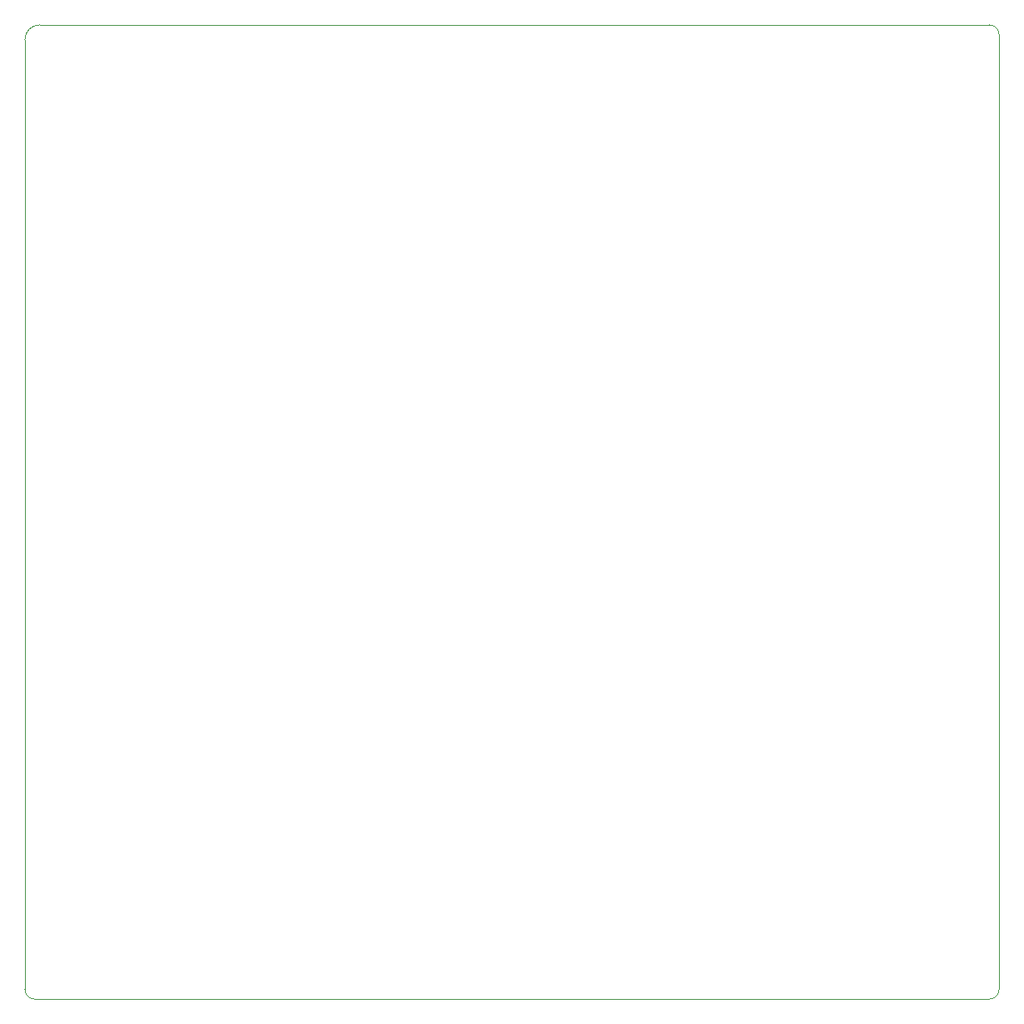
<source format=gbr>
%TF.GenerationSoftware,KiCad,Pcbnew,(6.0.10)*%
%TF.CreationDate,2023-01-18T22:34:27-08:00*%
%TF.ProjectId,shitpad,73686974-7061-4642-9e6b-696361645f70,rev?*%
%TF.SameCoordinates,Original*%
%TF.FileFunction,Profile,NP*%
%FSLAX46Y46*%
G04 Gerber Fmt 4.6, Leading zero omitted, Abs format (unit mm)*
G04 Created by KiCad (PCBNEW (6.0.10)) date 2023-01-18 22:34:27*
%MOMM*%
%LPD*%
G01*
G04 APERTURE LIST*
%TA.AperFunction,Profile*%
%ADD10C,0.100000*%
%TD*%
G04 APERTURE END LIST*
D10*
X65000000Y-149000000D02*
X65000000Y-52500000D01*
X163000000Y-150000000D02*
X66000000Y-150000000D01*
X164000000Y-52000000D02*
X164000000Y-149000000D01*
X66500000Y-51000000D02*
X163000000Y-51000000D01*
X65000000Y-149000000D02*
G75*
G03*
X66000000Y-150000000I1000000J0D01*
G01*
X163000000Y-150000000D02*
G75*
G03*
X164000000Y-149000000I0J1000000D01*
G01*
X164000000Y-52000000D02*
G75*
G03*
X163000000Y-51000000I-1000000J0D01*
G01*
X66500000Y-51000000D02*
G75*
G03*
X65000000Y-52500000I0J-1500000D01*
G01*
M02*

</source>
